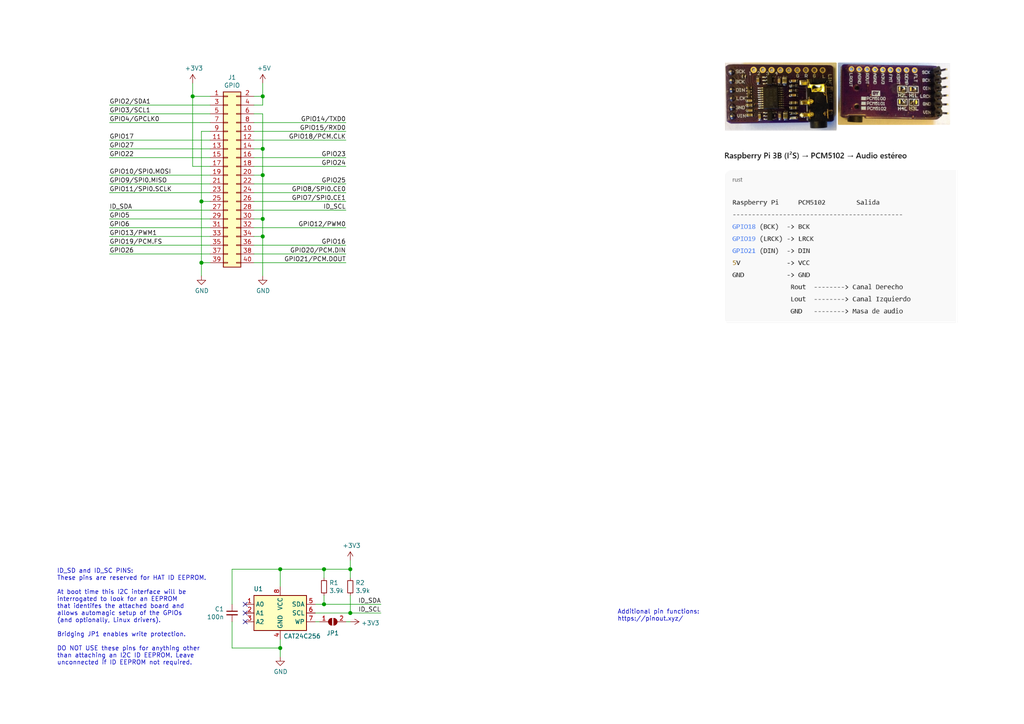
<source format=kicad_sch>
(kicad_sch (version 20230121) (generator eeschema)
  (paper "A4")
  (title_block (date "15 nov 2012"))
  (lib_symbols
    (symbol "Connector_Generic:Conn_02x20_Odd_Even" (pin_names (offset 1.016) hide)
      (property "Reference" "J" (at 1.27 25.4 0))
      (property "Value" "Conn_02x20_Odd_Even" (at 1.27 -27.94 0))
      (symbol "Conn_02x20_Odd_Even_1_1"
        (rectangle (start -1.27 -25.273) (end 0 -25.527) (stroke (width 0.1524)))
        (rectangle (start -1.27 -22.733) (end 0 -22.987) (stroke (width 0.1524)))
        (rectangle (start -1.27 -20.193) (end 0 -20.447) (stroke (width 0.1524)))
        (rectangle (start -1.27 -17.653) (end 0 -17.907) (stroke (width 0.1524)))
        (rectangle (start -1.27 -15.113) (end 0 -15.367) (stroke (width 0.1524)))
        (rectangle (start -1.27 -12.573) (end 0 -12.827) (stroke (width 0.1524)))
        (rectangle (start -1.27 -10.033) (end 0 -10.287) (stroke (width 0.1524)))
        (rectangle (start -1.27 -7.493) (end 0 -7.747) (stroke (width 0.1524)))
        (rectangle (start -1.27 -4.953) (end 0 -5.207) (stroke (width 0.1524)))
        (rectangle (start -1.27 -2.413) (end 0 -2.667) (stroke (width 0.1524)))
        (rectangle (start -1.27 0.127) (end 0 -0.127) (stroke (width 0.1524)))
        (rectangle (start -1.27 2.667) (end 0 2.413) (stroke (width 0.1524)))
        (rectangle (start -1.27 5.207) (end 0 4.953) (stroke (width 0.1524)))
        (rectangle (start -1.27 7.747) (end 0 7.493) (stroke (width 0.1524)))
        (rectangle (start -1.27 10.287) (end 0 10.033) (stroke (width 0.1524)))
        (rectangle (start -1.27 12.827) (end 0 12.573) (stroke (width 0.1524)))
        (rectangle (start -1.27 15.367) (end 0 15.113) (stroke (width 0.1524)))
        (rectangle (start -1.27 17.907) (end 0 17.653) (stroke (width 0.1524)))
        (rectangle (start -1.27 20.447) (end 0 20.193) (stroke (width 0.1524)))
        (rectangle (start -1.27 22.987) (end 0 22.733) (stroke (width 0.1524)))
        (rectangle (start -1.27 24.13) (end 3.81 -26.67) (stroke (width 0.254)) (fill (type background)))
        (rectangle (start 3.81 -25.273) (end 2.54 -25.527) (stroke (width 0.1524)))
        (rectangle (start 3.81 -22.733) (end 2.54 -22.987) (stroke (width 0.1524)))
        (rectangle (start 3.81 -20.193) (end 2.54 -20.447) (stroke (width 0.1524)))
        (rectangle (start 3.81 -17.653) (end 2.54 -17.907) (stroke (width 0.1524)))
        (rectangle (start 3.81 -15.113) (end 2.54 -15.367) (stroke (width 0.1524)))
        (rectangle (start 3.81 -12.573) (end 2.54 -12.827) (stroke (width 0.1524)))
        (rectangle (start 3.81 -10.033) (end 2.54 -10.287) (stroke (width 0.1524)))
        (rectangle (start 3.81 -7.493) (end 2.54 -7.747) (stroke (width 0.1524)))
        (rectangle (start 3.81 -4.953) (end 2.54 -5.207) (stroke (width 0.1524)))
        (rectangle (start 3.81 -2.413) (end 2.54 -2.667) (stroke (width 0.1524)))
        (rectangle (start 3.81 0.127) (end 2.54 -0.127) (stroke (width 0.1524)))
        (rectangle (start 3.81 2.667) (end 2.54 2.413) (stroke (width 0.1524)))
        (rectangle (start 3.81 5.207) (end 2.54 4.953) (stroke (width 0.1524)))
        (rectangle (start 3.81 7.747) (end 2.54 7.493) (stroke (width 0.1524)))
        (rectangle (start 3.81 10.287) (end 2.54 10.033) (stroke (width 0.1524)))
        (rectangle (start 3.81 12.827) (end 2.54 12.573) (stroke (width 0.1524)))
        (rectangle (start 3.81 15.367) (end 2.54 15.113) (stroke (width 0.1524)))
        (rectangle (start 3.81 17.907) (end 2.54 17.653) (stroke (width 0.1524)))
        (rectangle (start 3.81 20.447) (end 2.54 20.193) (stroke (width 0.1524)))
        (rectangle (start 3.81 22.987) (end 2.54 22.733) (stroke (width 0.1524)))
        (pin passive line (at -5.08 22.86 0) (length 3.81) (name "Pin_1") (number "1"))
        (pin passive line (at 7.62 12.7 180) (length 3.81) (name "Pin_10") (number "10"))
        (pin passive line (at -5.08 10.16 0) (length 3.81) (name "Pin_11") (number "11"))
        (pin passive line (at 7.62 10.16 180) (length 3.81) (name "Pin_12") (number "12"))
        (pin passive line (at -5.08 7.62 0) (length 3.81) (name "Pin_13") (number "13"))
        (pin passive line (at 7.62 7.62 180) (length 3.81) (name "Pin_14") (number "14"))
        (pin passive line (at -5.08 5.08 0) (length 3.81) (name "Pin_15") (number "15"))
        (pin passive line (at 7.62 5.08 180) (length 3.81) (name "Pin_16") (number "16"))
        (pin passive line (at -5.08 2.54 0) (length 3.81) (name "Pin_17") (number "17"))
        (pin passive line (at 7.62 2.54 180) (length 3.81) (name "Pin_18") (number "18"))
        (pin passive line (at -5.08 0 0) (length 3.81) (name "Pin_19") (number "19"))
        (pin passive line (at 7.62 22.86 180) (length 3.81) (name "Pin_2") (number "2"))
        (pin passive line (at 7.62 0 180) (length 3.81) (name "Pin_20") (number "20"))
        (pin passive line (at -5.08 -2.54 0) (length 3.81) (name "Pin_21") (number "21"))
        (pin passive line (at 7.62 -2.54 180) (length 3.81) (name "Pin_22") (number "22"))
        (pin passive line (at -5.08 -5.08 0) (length 3.81) (name "Pin_23") (number "23"))
        (pin passive line (at 7.62 -5.08 180) (length 3.81) (name "Pin_24") (number "24"))
        (pin passive line (at -5.08 -7.62 0) (length 3.81) (name "Pin_25") (number "25"))
        (pin passive line (at 7.62 -7.62 180) (length 3.81) (name "Pin_26") (number "26"))
        (pin passive line (at -5.08 -10.16 0) (length 3.81) (name "Pin_27") (number "27"))
        (pin passive line (at 7.62 -10.16 180) (length 3.81) (name "Pin_28") (number "28"))
        (pin passive line (at -5.08 -12.7 0) (length 3.81) (name "Pin_29") (number "29"))
        (pin passive line (at -5.08 20.32 0) (length 3.81) (name "Pin_3") (number "3"))
        (pin passive line (at 7.62 -12.7 180) (length 3.81) (name "Pin_30") (number "30"))
        (pin passive line (at -5.08 -15.24 0) (length 3.81) (name "Pin_31") (number "31"))
        (pin passive line (at 7.62 -15.24 180) (length 3.81) (name "Pin_32") (number "32"))
        (pin passive line (at -5.08 -17.78 0) (length 3.81) (name "Pin_33") (number "33"))
        (pin passive line (at 7.62 -17.78 180) (length 3.81) (name "Pin_34") (number "34"))
        (pin passive line (at -5.08 -20.32 0) (length 3.81) (name "Pin_35") (number "35"))
        (pin passive line (at 7.62 -20.32 180) (length 3.81) (name "Pin_36") (number "36"))
        (pin passive line (at -5.08 -22.86 0) (length 3.81) (name "Pin_37") (number "37"))
        (pin passive line (at 7.62 -22.86 180) (length 3.81) (name "Pin_38") (number "38"))
        (pin passive line (at -5.08 -25.4 0) (length 3.81) (name "Pin_39") (number "39"))
        (pin passive line (at 7.62 20.32 180) (length 3.81) (name "Pin_4") (number "4"))
        (pin passive line (at 7.62 -25.4 180) (length 3.81) (name "Pin_40") (number "40"))
        (pin passive line (at -5.08 17.78 0) (length 3.81) (name "Pin_5") (number "5"))
        (pin passive line (at 7.62 17.78 180) (length 3.81) (name "Pin_6") (number "6"))
        (pin passive line (at -5.08 15.24 0) (length 3.81) (name "Pin_7") (number "7"))
        (pin passive line (at 7.62 15.24 180) (length 3.81) (name "Pin_8") (number "8"))
        (pin passive line (at -5.08 12.7 0) (length 3.81) (name "Pin_9") (number "9"))
      )
    )
    (symbol "Device:C_Small" (pin_numbers hide) (pin_names (offset 0.254) hide)
      (property "Reference" "C" (at 0.254 1.778 0))
      (property "Value" "C_Small" (at 0.254 -2.032 0))
      (symbol "C_Small_0_1"
        (polyline (pts (xy -1.524 -0.508) (xy 1.524 -0.508)) (stroke (width 0.3302)))
        (polyline (pts (xy -1.524 0.508) (xy 1.524 0.508)) (stroke (width 0.3048)))
      )
      (symbol "C_Small_1_1"
        (pin passive line (at 0 2.54 270) (length 2.032) (name "~") (number "1"))
        (pin passive line (at 0 -2.54 90) (length 2.032) (name "~") (number "2"))
      )
    )
    (symbol "Device:R_Small" (pin_numbers hide) (pin_names (offset 0.254) hide)
      (property "Reference" "R" (at 0.762 0.508 0))
      (property "Value" "R_Small" (at 0.762 -1.016 0))
      (symbol "R_Small_0_1"
        (rectangle (start -0.762 1.778) (end 0.762 -1.778) (stroke (width 0.2032)))
      )
      (symbol "R_Small_1_1"
        (pin passive line (at 0 2.54 270) (length 0.762) (name "~") (number "1"))
        (pin passive line (at 0 -2.54 90) (length 0.762) (name "~") (number "2"))
      )
    )
    (symbol "Jumper:SolderJumper_2_Open" (pin_names (offset 0) hide)
      (property "Reference" "JP" (at 0 2.032 0))
      (property "Value" "SolderJumper_2_Open" (at 0 -2.54 0))
      (symbol "SolderJumper_2_Open_0_1"
        (arc (start -0.254 1.016) (mid -1.2656 0) (end -0.254 -1.016))
        (arc (start -0.254 1.016) (mid -1.2656 0) (end -0.254 -1.016) (fill (type outline)))
        (polyline (pts (xy -0.254 1.016) (xy -0.254 -1.016)))
        (polyline (pts (xy 0.254 1.016) (xy 0.254 -1.016)))
        (arc (start 0.254 -1.016) (mid 1.2656 0) (end 0.254 1.016))
        (arc (start 0.254 -1.016) (mid 1.2656 0) (end 0.254 1.016) (fill (type outline)))
      )
      (symbol "SolderJumper_2_Open_1_1"
        (pin passive line (at -3.81 0 0) (length 2.54) (name "A") (number "1"))
        (pin passive line (at 3.81 0 180) (length 2.54) (name "B") (number "2"))
      )
    )
    (symbol "Memory_EEPROM:CAT24C256"
      (property "Reference" "U" (at -6.35 6.35 0))
      (property "Value" "CAT24C256" (at 1.27 6.35 0))
      (symbol "CAT24C256_1_1"
        (rectangle (start -7.62 5.08) (end 7.62 -5.08) (stroke (width 0.254)) (fill (type background)))
        (pin input line (at -10.16 2.54 0) (length 2.54) (name "A0") (number "1"))
        (pin input line (at -10.16 0 0) (length 2.54) (name "A1") (number "2"))
        (pin input line (at -10.16 -2.54 0) (length 2.54) (name "A2") (number "3"))
        (pin power_in line (at 0 -7.62 90) (length 2.54) (name "GND") (number "4"))
        (pin bidirectional line (at 10.16 2.54 180) (length 2.54) (name "SDA") (number "5"))
        (pin input line (at 10.16 0 180) (length 2.54) (name "SCL") (number "6"))
        (pin input line (at 10.16 -2.54 180) (length 2.54) (name "WP") (number "7"))
        (pin power_in line (at 0 7.62 270) (length 2.54) (name "VCC") (number "8"))
      )
    )
    (symbol "power:+3.3V" (power) (pin_names (offset 0))
      (property "Value" "+3.3V" (at 0 3.556 0))
      (symbol "+3.3V_0_1"
        (polyline (pts (xy -0.762 1.27) (xy 0 2.54)))
        (polyline (pts (xy 0 0) (xy 0 2.54)))
        (polyline (pts (xy 0 2.54) (xy 0.762 1.27)))
      )
      (symbol "+3.3V_1_1"
        (pin power_in line (at 0 0 90) (length 0) hide (name "+3V3") (number "1"))
      )
    )
    (symbol "power:+5V" (power) (pin_names (offset 0))
      (property "Value" "+5V" (at 0 3.556 0))
      (symbol "+5V_0_1"
        (polyline (pts (xy -0.762 1.27) (xy 0 2.54)))
        (polyline (pts (xy 0 0) (xy 0 2.54)))
        (polyline (pts (xy 0 2.54) (xy 0.762 1.27)))
      )
      (symbol "+5V_1_1"
        (pin power_in line (at 0 0 90) (length 0) hide (name "+5V") (number "1"))
      )
    )
    (symbol "power:GND" (power) (pin_names (offset 0))
      (property "Value" "GND" (at 0 -3.81 0))
      (symbol "GND_0_1"
        (polyline (pts (xy 0 0) (xy 0 -1.27) (xy 1.27 -1.27) (xy 0 -2.54) (xy -1.27 -1.27) (xy 0 -1.27)))
      )
      (symbol "GND_1_1"
        (pin power_in line (at 0 0 270) (length 0) hide (name "GND") (number "1"))
      )
    )
  )
  (junction (at 93.98 175.26) (diameter 1.016))
  (junction (at 76.2 27.94) (diameter 1.016))
  (junction (at 81.28 187.96) (diameter 1.016))
  (junction (at 76.2 43.18) (diameter 1.016))
  (junction (at 81.28 165.1) (diameter 1.016))
  (junction (at 101.6 165.1) (diameter 1.016))
  (junction (at 58.42 76.2) (diameter 1.016))
  (junction (at 58.42 58.42) (diameter 1.016))
  (junction (at 76.2 68.58) (diameter 1.016))
  (junction (at 76.2 63.5) (diameter 1.016))
  (junction (at 76.2 50.8) (diameter 1.016))
  (junction (at 101.6 177.8) (diameter 1.016))
  (junction (at 55.88 27.94) (diameter 1.016))
  (junction (at 93.98 165.1) (diameter 1.016))
  (no_connect (at 71.12 175.26))
  (no_connect (at 71.12 177.8))
  (no_connect (at 71.12 180.34))
  (wire (pts (xy 58.42 58.42) (xy 58.42 76.2)))
  (wire (pts (xy 73.66 58.42) (xy 100.33 58.42)))
  (wire (pts (xy 60.96 40.64) (xy 31.75 40.64)))
  (wire (pts (xy 81.28 165.1) (xy 93.98 165.1)))
  (wire (pts (xy 101.6 165.1) (xy 93.98 165.1)))
  (wire (pts (xy 101.6 167.64) (xy 101.6 165.1)))
  (wire (pts (xy 76.2 33.02) (xy 76.2 43.18)))
  (wire (pts (xy 76.2 50.8) (xy 73.66 50.8)))
  (wire (pts (xy 76.2 63.5) (xy 76.2 68.58)))
  (wire (pts (xy 76.2 50.8) (xy 76.2 63.5)))
  (wire (pts (xy 73.66 35.56) (xy 100.33 35.56)))
  (wire (pts (xy 58.42 38.1) (xy 58.42 58.42)))
  (wire (pts (xy 91.44 175.26) (xy 93.98 175.26)))
  (wire (pts (xy 93.98 175.26) (xy 110.49 175.26)))
  (wire (pts (xy 58.42 38.1) (xy 60.96 38.1)))
  (wire (pts (xy 91.44 180.34) (xy 92.71 180.34)))
  (wire (pts (xy 100.33 180.34) (xy 101.6 180.34)))
  (wire (pts (xy 73.66 55.88) (xy 100.33 55.88)))
  (wire (pts (xy 60.96 60.96) (xy 31.75 60.96)))
  (wire (pts (xy 31.75 63.5) (xy 60.96 63.5)))
  (wire (pts (xy 58.42 58.42) (xy 60.96 58.42)))
  (wire (pts (xy 101.6 162.56) (xy 101.6 165.1)))
  (wire (pts (xy 73.66 45.72) (xy 100.33 45.72)))
  (wire (pts (xy 81.28 165.1) (xy 81.28 170.18)))
  (wire (pts (xy 73.66 76.2) (xy 100.33 76.2)))
  (wire (pts (xy 58.42 76.2) (xy 58.42 80.01)))
  (wire (pts (xy 31.75 43.18) (xy 60.96 43.18)))
  (wire (pts (xy 101.6 172.72) (xy 101.6 177.8)))
  (wire (pts (xy 55.88 24.13) (xy 55.88 27.94)))
  (wire (pts (xy 76.2 68.58) (xy 73.66 68.58)))
  (wire (pts (xy 31.75 33.02) (xy 60.96 33.02)))
  (wire (pts (xy 31.75 55.88) (xy 60.96 55.88)))
  (wire (pts (xy 55.88 48.26) (xy 60.96 48.26)))
  (wire (pts (xy 60.96 30.48) (xy 31.75 30.48)))
  (wire (pts (xy 76.2 27.94) (xy 76.2 30.48)))
  (wire (pts (xy 76.2 43.18) (xy 76.2 50.8)))
  (wire (pts (xy 73.66 40.64) (xy 100.33 40.64)))
  (wire (pts (xy 76.2 43.18) (xy 73.66 43.18)))
  (wire (pts (xy 76.2 24.13) (xy 76.2 27.94)))
  (wire (pts (xy 31.75 35.56) (xy 60.96 35.56)))
  (wire (pts (xy 93.98 165.1) (xy 93.98 167.64)))
  (wire (pts (xy 76.2 27.94) (xy 73.66 27.94)))
  (wire (pts (xy 55.88 27.94) (xy 55.88 48.26)))
  (wire (pts (xy 73.66 48.26) (xy 100.33 48.26)))
  (wire (pts (xy 73.66 38.1) (xy 100.33 38.1)))
  (wire (pts (xy 93.98 172.72) (xy 93.98 175.26)))
  (wire (pts (xy 91.44 177.8) (xy 101.6 177.8)))
  (wire (pts (xy 101.6 177.8) (xy 110.49 177.8)))
  (wire (pts (xy 31.75 45.72) (xy 60.96 45.72)))
  (wire (pts (xy 31.75 53.34) (xy 60.96 53.34)))
  (wire (pts (xy 31.75 66.04) (xy 60.96 66.04)))
  (wire (pts (xy 76.2 30.48) (xy 73.66 30.48)))
  (wire (pts (xy 31.75 71.12) (xy 60.96 71.12)))
  (wire (pts (xy 73.66 71.12) (xy 100.33 71.12)))
  (wire (pts (xy 73.66 66.04) (xy 100.33 66.04)))
  (wire (pts (xy 58.42 76.2) (xy 60.96 76.2)))
  (wire (pts (xy 73.66 73.66) (xy 100.33 73.66)))
  (wire (pts (xy 76.2 33.02) (xy 73.66 33.02)))
  (wire (pts (xy 31.75 73.66) (xy 60.96 73.66)))
  (wire (pts (xy 67.31 165.1) (xy 67.31 175.26)))
  (wire (pts (xy 67.31 180.34) (xy 67.31 187.96)))
  (wire (pts (xy 67.31 187.96) (xy 81.28 187.96)))
  (wire (pts (xy 81.28 165.1) (xy 67.31 165.1)))
  (wire (pts (xy 81.28 185.42) (xy 81.28 187.96)))
  (wire (pts (xy 81.28 187.96) (xy 81.28 190.5)))
  (wire (pts (xy 76.2 68.58) (xy 76.2 80.01)))
  (wire (pts (xy 73.66 53.34) (xy 100.33 53.34)))
  (wire (pts (xy 60.96 68.58) (xy 31.75 68.58)))
  (wire (pts (xy 76.2 63.5) (xy 73.66 63.5)))
  (wire (pts (xy 55.88 27.94) (xy 60.96 27.94)))
  (wire (pts (xy 60.96 50.8) (xy 31.75 50.8)))
  (wire (pts (xy 73.66 60.96) (xy 100.33 60.96)))
  (image (at 243.205 27.94) (scale 0.835637))
  (image (at 243.84 68.58) (scale 1.37941))
  (text "Additional pin functions:\nhttps://pinout.xyz/" (at 179.07 180.34 0) (effects (font (size 1.27 1.27)) (justify left bottom)))
  (text "ID_SD and ID_SC PINS:\nThese pins are reserved for HAT ID EEPROM.\n\nAt boot time this I2C interface will be\ninterrogated to look for an EEPROM\nthat identifes the attached board and\nallows automagic setup of the GPIOs\n(and optionally, Linux drivers).\n\nBridging JP1 enables write protection.\n\nDO NOT USE these pins for anything other\nthan attaching an I2C ID EEPROM. Leave\nunconnected if ID EEPROM not required." (at 16.51 193.04 0) (effects (font (size 1.27 1.27)) (justify left bottom)))
  (label "ID_SDA" (at 31.75 60.96 0))
  (label "GPIO6" (at 31.75 66.04 0))
  (label "ID_SDA" (at 110.49 175.26 180))
  (label "ID_SCL" (at 100.33 60.96 180))
  (label "GPIO5" (at 31.75 63.5 0))
  (label "GPIO21{slash}PCM.DOUT" (at 100.33 76.2 180))
  (label "GPIO19{slash}PCM.FS" (at 31.75 71.12 0))
  (label "GPIO10{slash}SPI0.MOSI" (at 31.75 50.8 0))
  (label "GPIO9{slash}SPI0.MISO" (at 31.75 53.34 0))
  (label "GPIO23" (at 100.33 45.72 180))
  (label "GPIO4{slash}GPCLK0" (at 31.75 35.56 0))
  (label "GPIO27" (at 31.75 43.18 0))
  (label "GPIO26" (at 31.75 73.66 0))
  (label "GPIO14{slash}TXD0" (at 100.33 35.56 180))
  (label "GPIO8{slash}SPI0.CE0" (at 100.33 55.88 180))
  (label "GPIO15{slash}RXD0" (at 100.33 38.1 180))
  (label "GPIO16" (at 100.33 71.12 180))
  (label "GPIO22" (at 31.75 45.72 0))
  (label "GPIO2{slash}SDA1" (at 31.75 30.48 0))
  (label "GPIO17" (at 31.75 40.64 0))
  (label "GPIO25" (at 100.33 53.34 180))
  (label "GPIO3{slash}SCL1" (at 31.75 33.02 0))
  (label "GPIO18{slash}PCM.CLK" (at 100.33 40.64 180))
  (label "GPIO12{slash}PWM0" (at 100.33 66.04 180))
  (label "GPIO13{slash}PWM1" (at 31.75 68.58 0))
  (label "GPIO20{slash}PCM.DIN" (at 100.33 73.66 180))
  (label "GPIO24" (at 100.33 48.26 180))
  (label "GPIO7{slash}SPI0.CE1" (at 100.33 58.42 180))
  (label "ID_SCL" (at 110.49 177.8 180))
  (label "GPIO11{slash}SPI0.SCLK" (at 31.75 55.88 0))
  (symbol (lib_id "power:+5V") (at 76.2 24.13 0) (unit 1)
    (property "Reference" "#PWR01" (effects hide))
    (property "Value" "+5V" (at 76.5683 19.8056 0))
  )
  (symbol (lib_id "power:+3.3V") (at 55.88 24.13 0) (unit 1)
    (property "Reference" "#PWR04" (effects hide))
    (property "Value" "+3.3V" (at 56.2483 19.8056 0))
  )
  (symbol (lib_id "power:GND") (at 76.2 80.01 0) (unit 1)
    (property "Reference" "#PWR02" (effects hide))
    (property "Value" "GND" (at 76.3143 84.3344 0))
  )
  (symbol (lib_id "power:GND") (at 58.42 80.01 0) (unit 1)
    (property "Reference" "#PWR03" (effects hide))
    (property "Value" "GND" (at 58.5343 84.3344 0))
  )
  (symbol (lib_id "Connector_Generic:Conn_02x20_Odd_Even") (at 66.04 50.8 0) (unit 1)
    (property "Reference" "J1" (at 67.31 22.4598 0))
    (property "Value" "GPIO" (at 67.31 24.765 0))
    (property "Footprint" "Connector_PinSocket_2.54mm:PinSocket_2x20_P2.54mm_Vertical" (effects hide))
  )
  (symbol (lib_id "Device:C_Small") (at 67.31 177.8 0) (unit 1)
    (property "Reference" "C1" (at 64.9858 176.6506 0) (effects (justify right)))
    (property "Value" "100n" (at 64.9858 178.9493 0) (effects (justify right)))
  )
  (symbol (lib_id "Device:R_Small") (at 93.98 170.18 0) (unit 1)
    (property "Reference" "R1" (at 95.4786 169.037 0) (effects (justify left)))
    (property "Value" "3.9k" (at 95.4787 171.3293 0) (effects (justify left)))
  )
  (symbol (lib_id "Jumper:SolderJumper_2_Open") (at 96.52 180.34 0) (unit 1)
    (property "Reference" "JP1" (at 96.52 183.623 0))
    (property "Value" "ID_WP" (effects hide))
  )
  (symbol (lib_id "Device:R_Small") (at 101.6 170.18 0) (unit 1)
    (property "Reference" "R2" (at 103.0986 169.037 0) (effects (justify left)))
    (property "Value" "3.9k" (at 103.0987 171.3293 0) (effects (justify left)))
  )
  (symbol (lib_id "power:+3.3V") (at 101.6 162.56 0) (unit 1)
    (property "Reference" "#PWR0101" (effects hide))
    (property "Value" "+3.3V" (at 101.9683 158.2356 0))
  )
  (symbol (lib_id "Memory_EEPROM:CAT24C256") (at 81.28 177.8 0) (unit 1)
    (property "Reference" "U1" (at 74.93 170.7958 0))
    (property "Value" "CAT24C256" (at 87.63 184.5245 0))
    (property "Datasheet" "https://www.onsemi.cn/PowerSolutions/document/CAT24C256-D.PDF" (effects hide))
  )
  (symbol (lib_id "power:GND") (at 81.28 190.5 0) (unit 1)
    (property "Reference" "#PWR0102" (effects hide))
    (property "Value" "GND" (at 81.3943 194.8244 0))
  )
  (symbol (lib_id "power:+3.3V") (at 101.6 180.34 270) (unit 1)
    (property "Reference" "#PWR0103" (effects hide))
    (property "Value" "+3.3V" (at 104.7751 180.7083 90) (effects (justify left)))
  )
)
</source>
